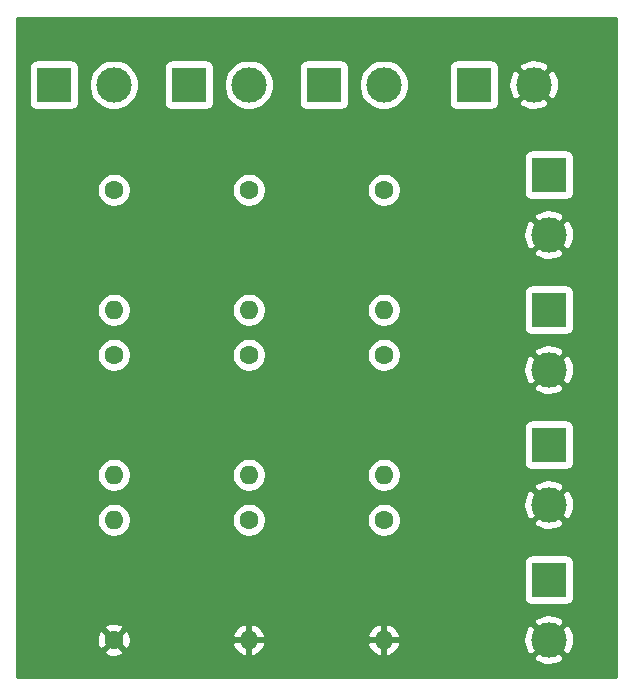
<source format=gbr>
%TF.GenerationSoftware,KiCad,Pcbnew,(5.1.10)-1*%
%TF.CreationDate,2021-11-11T09:34:37-08:00*%
%TF.ProjectId,encoder_5v_to_3v,656e636f-6465-4725-9f35-765f746f5f33,rev?*%
%TF.SameCoordinates,Original*%
%TF.FileFunction,Copper,L2,Bot*%
%TF.FilePolarity,Positive*%
%FSLAX46Y46*%
G04 Gerber Fmt 4.6, Leading zero omitted, Abs format (unit mm)*
G04 Created by KiCad (PCBNEW (5.1.10)-1) date 2021-11-11 09:34:37*
%MOMM*%
%LPD*%
G01*
G04 APERTURE LIST*
%TA.AperFunction,ComponentPad*%
%ADD10O,1.600000X1.600000*%
%TD*%
%TA.AperFunction,ComponentPad*%
%ADD11C,1.600000*%
%TD*%
%TA.AperFunction,ComponentPad*%
%ADD12R,3.000000X3.000000*%
%TD*%
%TA.AperFunction,ComponentPad*%
%ADD13C,3.000000*%
%TD*%
%TA.AperFunction,ViaPad*%
%ADD14C,0.800000*%
%TD*%
%TA.AperFunction,Conductor*%
%ADD15C,0.254000*%
%TD*%
%TA.AperFunction,Conductor*%
%ADD16C,0.100000*%
%TD*%
G04 APERTURE END LIST*
D10*
%TO.P,R1,2*%
%TO.N,Net-(J1-Pad1)*%
X97790000Y-99060000D03*
D11*
%TO.P,R1,1*%
%TO.N,Net-(J1-Pad2)*%
X97790000Y-88900000D03*
%TD*%
D10*
%TO.P,R9,2*%
%TO.N,GND*%
X120650000Y-127000000D03*
D11*
%TO.P,R9,1*%
%TO.N,Net-(R8-Pad2)*%
X120650000Y-116840000D03*
%TD*%
D10*
%TO.P,R8,2*%
%TO.N,Net-(R8-Pad2)*%
X120650000Y-113030000D03*
D11*
%TO.P,R8,1*%
%TO.N,Net-(J3-Pad1)*%
X120650000Y-102870000D03*
%TD*%
D10*
%TO.P,R7,2*%
%TO.N,Net-(J3-Pad1)*%
X120650000Y-99060000D03*
D11*
%TO.P,R7,1*%
%TO.N,Net-(J3-Pad2)*%
X120650000Y-88900000D03*
%TD*%
D10*
%TO.P,R6,2*%
%TO.N,GND*%
X109220000Y-127000000D03*
D11*
%TO.P,R6,1*%
%TO.N,Net-(R5-Pad2)*%
X109220000Y-116840000D03*
%TD*%
D10*
%TO.P,R5,2*%
%TO.N,Net-(R5-Pad2)*%
X109220000Y-113030000D03*
D11*
%TO.P,R5,1*%
%TO.N,Net-(J2-Pad1)*%
X109220000Y-102870000D03*
%TD*%
D10*
%TO.P,R4,2*%
%TO.N,Net-(J2-Pad1)*%
X109220000Y-99060000D03*
D11*
%TO.P,R4,1*%
%TO.N,Net-(J2-Pad2)*%
X109220000Y-88900000D03*
%TD*%
D10*
%TO.P,R3,2*%
%TO.N,Net-(R2-Pad2)*%
X97790000Y-116840000D03*
D11*
%TO.P,R3,1*%
%TO.N,GND*%
X97790000Y-127000000D03*
%TD*%
D10*
%TO.P,R2,2*%
%TO.N,Net-(R2-Pad2)*%
X97790000Y-113030000D03*
D11*
%TO.P,R2,1*%
%TO.N,Net-(J1-Pad1)*%
X97790000Y-102870000D03*
%TD*%
D12*
%TO.P,J1,1*%
%TO.N,Net-(J1-Pad1)*%
X92710000Y-80010000D03*
D13*
%TO.P,J1,2*%
%TO.N,Net-(J1-Pad2)*%
X97790000Y-80010000D03*
%TD*%
%TO.P,J2,2*%
%TO.N,Net-(J2-Pad2)*%
X109220000Y-80010000D03*
D12*
%TO.P,J2,1*%
%TO.N,Net-(J2-Pad1)*%
X104140000Y-80010000D03*
%TD*%
%TO.P,J3,1*%
%TO.N,Net-(J3-Pad1)*%
X115570000Y-80010000D03*
D13*
%TO.P,J3,2*%
%TO.N,Net-(J3-Pad2)*%
X120650000Y-80010000D03*
%TD*%
D12*
%TO.P,J4,1*%
%TO.N,Net-(J4-Pad1)*%
X128270000Y-80010000D03*
D13*
%TO.P,J4,2*%
%TO.N,GND*%
X133350000Y-80010000D03*
%TD*%
%TO.P,J5,2*%
%TO.N,GND*%
X134620000Y-127000000D03*
D12*
%TO.P,J5,1*%
%TO.N,Net-(J4-Pad1)*%
X134620000Y-121920000D03*
%TD*%
%TO.P,J6,1*%
%TO.N,Net-(J4-Pad1)*%
X134620000Y-110490000D03*
D13*
%TO.P,J6,2*%
%TO.N,GND*%
X134620000Y-115570000D03*
%TD*%
%TO.P,J7,2*%
%TO.N,GND*%
X134620000Y-104140000D03*
D12*
%TO.P,J7,1*%
%TO.N,Net-(J4-Pad1)*%
X134620000Y-99060000D03*
%TD*%
%TO.P,J8,1*%
%TO.N,Net-(J4-Pad1)*%
X134620000Y-87630000D03*
D13*
%TO.P,J8,2*%
%TO.N,GND*%
X134620000Y-92710000D03*
%TD*%
D14*
%TO.N,GND*%
X97790000Y-127000000D03*
X109220000Y-127000000D03*
X120650000Y-127000000D03*
X134620000Y-127000000D03*
X134620000Y-115570000D03*
X134620000Y-104140000D03*
X134620000Y-92710000D03*
%TD*%
D15*
%TO.N,GND*%
X140310001Y-130150000D02*
X89560000Y-130150000D01*
X89560000Y-128491653D01*
X133307952Y-128491653D01*
X133463962Y-128807214D01*
X133838745Y-128998020D01*
X134243551Y-129112044D01*
X134662824Y-129144902D01*
X135080451Y-129095334D01*
X135480383Y-128965243D01*
X135776038Y-128807214D01*
X135932048Y-128491653D01*
X134620000Y-127179605D01*
X133307952Y-128491653D01*
X89560000Y-128491653D01*
X89560000Y-127992702D01*
X96976903Y-127992702D01*
X97048486Y-128236671D01*
X97303996Y-128357571D01*
X97578184Y-128426300D01*
X97860512Y-128440217D01*
X98140130Y-128398787D01*
X98406292Y-128303603D01*
X98531514Y-128236671D01*
X98603097Y-127992702D01*
X97790000Y-127179605D01*
X96976903Y-127992702D01*
X89560000Y-127992702D01*
X89560000Y-127070512D01*
X96349783Y-127070512D01*
X96391213Y-127350130D01*
X96486397Y-127616292D01*
X96553329Y-127741514D01*
X96797298Y-127813097D01*
X97610395Y-127000000D01*
X97969605Y-127000000D01*
X98782702Y-127813097D01*
X99026671Y-127741514D01*
X99147571Y-127486004D01*
X99181902Y-127349040D01*
X107828091Y-127349040D01*
X107922930Y-127613881D01*
X108067615Y-127855131D01*
X108256586Y-128063519D01*
X108482580Y-128231037D01*
X108736913Y-128351246D01*
X108870961Y-128391904D01*
X109093000Y-128269915D01*
X109093000Y-127127000D01*
X109347000Y-127127000D01*
X109347000Y-128269915D01*
X109569039Y-128391904D01*
X109703087Y-128351246D01*
X109957420Y-128231037D01*
X110183414Y-128063519D01*
X110372385Y-127855131D01*
X110517070Y-127613881D01*
X110611909Y-127349040D01*
X119258091Y-127349040D01*
X119352930Y-127613881D01*
X119497615Y-127855131D01*
X119686586Y-128063519D01*
X119912580Y-128231037D01*
X120166913Y-128351246D01*
X120300961Y-128391904D01*
X120523000Y-128269915D01*
X120523000Y-127127000D01*
X120777000Y-127127000D01*
X120777000Y-128269915D01*
X120999039Y-128391904D01*
X121133087Y-128351246D01*
X121387420Y-128231037D01*
X121613414Y-128063519D01*
X121802385Y-127855131D01*
X121947070Y-127613881D01*
X122041909Y-127349040D01*
X121920624Y-127127000D01*
X120777000Y-127127000D01*
X120523000Y-127127000D01*
X119379376Y-127127000D01*
X119258091Y-127349040D01*
X110611909Y-127349040D01*
X110490624Y-127127000D01*
X109347000Y-127127000D01*
X109093000Y-127127000D01*
X107949376Y-127127000D01*
X107828091Y-127349040D01*
X99181902Y-127349040D01*
X99216300Y-127211816D01*
X99224630Y-127042824D01*
X132475098Y-127042824D01*
X132524666Y-127460451D01*
X132654757Y-127860383D01*
X132812786Y-128156038D01*
X133128347Y-128312048D01*
X134440395Y-127000000D01*
X134799605Y-127000000D01*
X136111653Y-128312048D01*
X136427214Y-128156038D01*
X136618020Y-127781255D01*
X136732044Y-127376449D01*
X136764902Y-126957176D01*
X136715334Y-126539549D01*
X136585243Y-126139617D01*
X136427214Y-125843962D01*
X136111653Y-125687952D01*
X134799605Y-127000000D01*
X134440395Y-127000000D01*
X133128347Y-125687952D01*
X132812786Y-125843962D01*
X132621980Y-126218745D01*
X132507956Y-126623551D01*
X132475098Y-127042824D01*
X99224630Y-127042824D01*
X99230217Y-126929488D01*
X99188949Y-126650960D01*
X107828091Y-126650960D01*
X107949376Y-126873000D01*
X109093000Y-126873000D01*
X109093000Y-125730085D01*
X109347000Y-125730085D01*
X109347000Y-126873000D01*
X110490624Y-126873000D01*
X110611909Y-126650960D01*
X119258091Y-126650960D01*
X119379376Y-126873000D01*
X120523000Y-126873000D01*
X120523000Y-125730085D01*
X120777000Y-125730085D01*
X120777000Y-126873000D01*
X121920624Y-126873000D01*
X122041909Y-126650960D01*
X121947070Y-126386119D01*
X121802385Y-126144869D01*
X121613414Y-125936481D01*
X121387420Y-125768963D01*
X121133087Y-125648754D01*
X120999039Y-125608096D01*
X120777000Y-125730085D01*
X120523000Y-125730085D01*
X120300961Y-125608096D01*
X120166913Y-125648754D01*
X119912580Y-125768963D01*
X119686586Y-125936481D01*
X119497615Y-126144869D01*
X119352930Y-126386119D01*
X119258091Y-126650960D01*
X110611909Y-126650960D01*
X110517070Y-126386119D01*
X110372385Y-126144869D01*
X110183414Y-125936481D01*
X109957420Y-125768963D01*
X109703087Y-125648754D01*
X109569039Y-125608096D01*
X109347000Y-125730085D01*
X109093000Y-125730085D01*
X108870961Y-125608096D01*
X108736913Y-125648754D01*
X108482580Y-125768963D01*
X108256586Y-125936481D01*
X108067615Y-126144869D01*
X107922930Y-126386119D01*
X107828091Y-126650960D01*
X99188949Y-126650960D01*
X99188787Y-126649870D01*
X99093603Y-126383708D01*
X99026671Y-126258486D01*
X98782702Y-126186903D01*
X97969605Y-127000000D01*
X97610395Y-127000000D01*
X96797298Y-126186903D01*
X96553329Y-126258486D01*
X96432429Y-126513996D01*
X96363700Y-126788184D01*
X96349783Y-127070512D01*
X89560000Y-127070512D01*
X89560000Y-126007298D01*
X96976903Y-126007298D01*
X97790000Y-126820395D01*
X98603097Y-126007298D01*
X98531514Y-125763329D01*
X98276004Y-125642429D01*
X98001816Y-125573700D01*
X97719488Y-125559783D01*
X97439870Y-125601213D01*
X97173708Y-125696397D01*
X97048486Y-125763329D01*
X96976903Y-126007298D01*
X89560000Y-126007298D01*
X89560000Y-125508347D01*
X133307952Y-125508347D01*
X134620000Y-126820395D01*
X135932048Y-125508347D01*
X135776038Y-125192786D01*
X135401255Y-125001980D01*
X134996449Y-124887956D01*
X134577176Y-124855098D01*
X134159549Y-124904666D01*
X133759617Y-125034757D01*
X133463962Y-125192786D01*
X133307952Y-125508347D01*
X89560000Y-125508347D01*
X89560000Y-120420000D01*
X132481928Y-120420000D01*
X132481928Y-123420000D01*
X132494188Y-123544482D01*
X132530498Y-123664180D01*
X132589463Y-123774494D01*
X132668815Y-123871185D01*
X132765506Y-123950537D01*
X132875820Y-124009502D01*
X132995518Y-124045812D01*
X133120000Y-124058072D01*
X136120000Y-124058072D01*
X136244482Y-124045812D01*
X136364180Y-124009502D01*
X136474494Y-123950537D01*
X136571185Y-123871185D01*
X136650537Y-123774494D01*
X136709502Y-123664180D01*
X136745812Y-123544482D01*
X136758072Y-123420000D01*
X136758072Y-120420000D01*
X136745812Y-120295518D01*
X136709502Y-120175820D01*
X136650537Y-120065506D01*
X136571185Y-119968815D01*
X136474494Y-119889463D01*
X136364180Y-119830498D01*
X136244482Y-119794188D01*
X136120000Y-119781928D01*
X133120000Y-119781928D01*
X132995518Y-119794188D01*
X132875820Y-119830498D01*
X132765506Y-119889463D01*
X132668815Y-119968815D01*
X132589463Y-120065506D01*
X132530498Y-120175820D01*
X132494188Y-120295518D01*
X132481928Y-120420000D01*
X89560000Y-120420000D01*
X89560000Y-116698665D01*
X96355000Y-116698665D01*
X96355000Y-116981335D01*
X96410147Y-117258574D01*
X96518320Y-117519727D01*
X96675363Y-117754759D01*
X96875241Y-117954637D01*
X97110273Y-118111680D01*
X97371426Y-118219853D01*
X97648665Y-118275000D01*
X97931335Y-118275000D01*
X98208574Y-118219853D01*
X98469727Y-118111680D01*
X98704759Y-117954637D01*
X98904637Y-117754759D01*
X99061680Y-117519727D01*
X99169853Y-117258574D01*
X99225000Y-116981335D01*
X99225000Y-116698665D01*
X107785000Y-116698665D01*
X107785000Y-116981335D01*
X107840147Y-117258574D01*
X107948320Y-117519727D01*
X108105363Y-117754759D01*
X108305241Y-117954637D01*
X108540273Y-118111680D01*
X108801426Y-118219853D01*
X109078665Y-118275000D01*
X109361335Y-118275000D01*
X109638574Y-118219853D01*
X109899727Y-118111680D01*
X110134759Y-117954637D01*
X110334637Y-117754759D01*
X110491680Y-117519727D01*
X110599853Y-117258574D01*
X110655000Y-116981335D01*
X110655000Y-116698665D01*
X119215000Y-116698665D01*
X119215000Y-116981335D01*
X119270147Y-117258574D01*
X119378320Y-117519727D01*
X119535363Y-117754759D01*
X119735241Y-117954637D01*
X119970273Y-118111680D01*
X120231426Y-118219853D01*
X120508665Y-118275000D01*
X120791335Y-118275000D01*
X121068574Y-118219853D01*
X121329727Y-118111680D01*
X121564759Y-117954637D01*
X121764637Y-117754759D01*
X121921680Y-117519727D01*
X122029853Y-117258574D01*
X122069023Y-117061653D01*
X133307952Y-117061653D01*
X133463962Y-117377214D01*
X133838745Y-117568020D01*
X134243551Y-117682044D01*
X134662824Y-117714902D01*
X135080451Y-117665334D01*
X135480383Y-117535243D01*
X135776038Y-117377214D01*
X135932048Y-117061653D01*
X134620000Y-115749605D01*
X133307952Y-117061653D01*
X122069023Y-117061653D01*
X122085000Y-116981335D01*
X122085000Y-116698665D01*
X122029853Y-116421426D01*
X121921680Y-116160273D01*
X121764637Y-115925241D01*
X121564759Y-115725363D01*
X121396333Y-115612824D01*
X132475098Y-115612824D01*
X132524666Y-116030451D01*
X132654757Y-116430383D01*
X132812786Y-116726038D01*
X133128347Y-116882048D01*
X134440395Y-115570000D01*
X134799605Y-115570000D01*
X136111653Y-116882048D01*
X136427214Y-116726038D01*
X136618020Y-116351255D01*
X136732044Y-115946449D01*
X136764902Y-115527176D01*
X136715334Y-115109549D01*
X136585243Y-114709617D01*
X136427214Y-114413962D01*
X136111653Y-114257952D01*
X134799605Y-115570000D01*
X134440395Y-115570000D01*
X133128347Y-114257952D01*
X132812786Y-114413962D01*
X132621980Y-114788745D01*
X132507956Y-115193551D01*
X132475098Y-115612824D01*
X121396333Y-115612824D01*
X121329727Y-115568320D01*
X121068574Y-115460147D01*
X120791335Y-115405000D01*
X120508665Y-115405000D01*
X120231426Y-115460147D01*
X119970273Y-115568320D01*
X119735241Y-115725363D01*
X119535363Y-115925241D01*
X119378320Y-116160273D01*
X119270147Y-116421426D01*
X119215000Y-116698665D01*
X110655000Y-116698665D01*
X110599853Y-116421426D01*
X110491680Y-116160273D01*
X110334637Y-115925241D01*
X110134759Y-115725363D01*
X109899727Y-115568320D01*
X109638574Y-115460147D01*
X109361335Y-115405000D01*
X109078665Y-115405000D01*
X108801426Y-115460147D01*
X108540273Y-115568320D01*
X108305241Y-115725363D01*
X108105363Y-115925241D01*
X107948320Y-116160273D01*
X107840147Y-116421426D01*
X107785000Y-116698665D01*
X99225000Y-116698665D01*
X99169853Y-116421426D01*
X99061680Y-116160273D01*
X98904637Y-115925241D01*
X98704759Y-115725363D01*
X98469727Y-115568320D01*
X98208574Y-115460147D01*
X97931335Y-115405000D01*
X97648665Y-115405000D01*
X97371426Y-115460147D01*
X97110273Y-115568320D01*
X96875241Y-115725363D01*
X96675363Y-115925241D01*
X96518320Y-116160273D01*
X96410147Y-116421426D01*
X96355000Y-116698665D01*
X89560000Y-116698665D01*
X89560000Y-112888665D01*
X96355000Y-112888665D01*
X96355000Y-113171335D01*
X96410147Y-113448574D01*
X96518320Y-113709727D01*
X96675363Y-113944759D01*
X96875241Y-114144637D01*
X97110273Y-114301680D01*
X97371426Y-114409853D01*
X97648665Y-114465000D01*
X97931335Y-114465000D01*
X98208574Y-114409853D01*
X98469727Y-114301680D01*
X98704759Y-114144637D01*
X98904637Y-113944759D01*
X99061680Y-113709727D01*
X99169853Y-113448574D01*
X99225000Y-113171335D01*
X99225000Y-112888665D01*
X107785000Y-112888665D01*
X107785000Y-113171335D01*
X107840147Y-113448574D01*
X107948320Y-113709727D01*
X108105363Y-113944759D01*
X108305241Y-114144637D01*
X108540273Y-114301680D01*
X108801426Y-114409853D01*
X109078665Y-114465000D01*
X109361335Y-114465000D01*
X109638574Y-114409853D01*
X109899727Y-114301680D01*
X110134759Y-114144637D01*
X110334637Y-113944759D01*
X110491680Y-113709727D01*
X110599853Y-113448574D01*
X110655000Y-113171335D01*
X110655000Y-112888665D01*
X119215000Y-112888665D01*
X119215000Y-113171335D01*
X119270147Y-113448574D01*
X119378320Y-113709727D01*
X119535363Y-113944759D01*
X119735241Y-114144637D01*
X119970273Y-114301680D01*
X120231426Y-114409853D01*
X120508665Y-114465000D01*
X120791335Y-114465000D01*
X121068574Y-114409853D01*
X121329727Y-114301680D01*
X121564759Y-114144637D01*
X121631049Y-114078347D01*
X133307952Y-114078347D01*
X134620000Y-115390395D01*
X135932048Y-114078347D01*
X135776038Y-113762786D01*
X135401255Y-113571980D01*
X134996449Y-113457956D01*
X134577176Y-113425098D01*
X134159549Y-113474666D01*
X133759617Y-113604757D01*
X133463962Y-113762786D01*
X133307952Y-114078347D01*
X121631049Y-114078347D01*
X121764637Y-113944759D01*
X121921680Y-113709727D01*
X122029853Y-113448574D01*
X122085000Y-113171335D01*
X122085000Y-112888665D01*
X122029853Y-112611426D01*
X121921680Y-112350273D01*
X121764637Y-112115241D01*
X121564759Y-111915363D01*
X121329727Y-111758320D01*
X121068574Y-111650147D01*
X120791335Y-111595000D01*
X120508665Y-111595000D01*
X120231426Y-111650147D01*
X119970273Y-111758320D01*
X119735241Y-111915363D01*
X119535363Y-112115241D01*
X119378320Y-112350273D01*
X119270147Y-112611426D01*
X119215000Y-112888665D01*
X110655000Y-112888665D01*
X110599853Y-112611426D01*
X110491680Y-112350273D01*
X110334637Y-112115241D01*
X110134759Y-111915363D01*
X109899727Y-111758320D01*
X109638574Y-111650147D01*
X109361335Y-111595000D01*
X109078665Y-111595000D01*
X108801426Y-111650147D01*
X108540273Y-111758320D01*
X108305241Y-111915363D01*
X108105363Y-112115241D01*
X107948320Y-112350273D01*
X107840147Y-112611426D01*
X107785000Y-112888665D01*
X99225000Y-112888665D01*
X99169853Y-112611426D01*
X99061680Y-112350273D01*
X98904637Y-112115241D01*
X98704759Y-111915363D01*
X98469727Y-111758320D01*
X98208574Y-111650147D01*
X97931335Y-111595000D01*
X97648665Y-111595000D01*
X97371426Y-111650147D01*
X97110273Y-111758320D01*
X96875241Y-111915363D01*
X96675363Y-112115241D01*
X96518320Y-112350273D01*
X96410147Y-112611426D01*
X96355000Y-112888665D01*
X89560000Y-112888665D01*
X89560000Y-108990000D01*
X132481928Y-108990000D01*
X132481928Y-111990000D01*
X132494188Y-112114482D01*
X132530498Y-112234180D01*
X132589463Y-112344494D01*
X132668815Y-112441185D01*
X132765506Y-112520537D01*
X132875820Y-112579502D01*
X132995518Y-112615812D01*
X133120000Y-112628072D01*
X136120000Y-112628072D01*
X136244482Y-112615812D01*
X136364180Y-112579502D01*
X136474494Y-112520537D01*
X136571185Y-112441185D01*
X136650537Y-112344494D01*
X136709502Y-112234180D01*
X136745812Y-112114482D01*
X136758072Y-111990000D01*
X136758072Y-108990000D01*
X136745812Y-108865518D01*
X136709502Y-108745820D01*
X136650537Y-108635506D01*
X136571185Y-108538815D01*
X136474494Y-108459463D01*
X136364180Y-108400498D01*
X136244482Y-108364188D01*
X136120000Y-108351928D01*
X133120000Y-108351928D01*
X132995518Y-108364188D01*
X132875820Y-108400498D01*
X132765506Y-108459463D01*
X132668815Y-108538815D01*
X132589463Y-108635506D01*
X132530498Y-108745820D01*
X132494188Y-108865518D01*
X132481928Y-108990000D01*
X89560000Y-108990000D01*
X89560000Y-105631653D01*
X133307952Y-105631653D01*
X133463962Y-105947214D01*
X133838745Y-106138020D01*
X134243551Y-106252044D01*
X134662824Y-106284902D01*
X135080451Y-106235334D01*
X135480383Y-106105243D01*
X135776038Y-105947214D01*
X135932048Y-105631653D01*
X134620000Y-104319605D01*
X133307952Y-105631653D01*
X89560000Y-105631653D01*
X89560000Y-102728665D01*
X96355000Y-102728665D01*
X96355000Y-103011335D01*
X96410147Y-103288574D01*
X96518320Y-103549727D01*
X96675363Y-103784759D01*
X96875241Y-103984637D01*
X97110273Y-104141680D01*
X97371426Y-104249853D01*
X97648665Y-104305000D01*
X97931335Y-104305000D01*
X98208574Y-104249853D01*
X98469727Y-104141680D01*
X98704759Y-103984637D01*
X98904637Y-103784759D01*
X99061680Y-103549727D01*
X99169853Y-103288574D01*
X99225000Y-103011335D01*
X99225000Y-102728665D01*
X107785000Y-102728665D01*
X107785000Y-103011335D01*
X107840147Y-103288574D01*
X107948320Y-103549727D01*
X108105363Y-103784759D01*
X108305241Y-103984637D01*
X108540273Y-104141680D01*
X108801426Y-104249853D01*
X109078665Y-104305000D01*
X109361335Y-104305000D01*
X109638574Y-104249853D01*
X109899727Y-104141680D01*
X110134759Y-103984637D01*
X110334637Y-103784759D01*
X110491680Y-103549727D01*
X110599853Y-103288574D01*
X110655000Y-103011335D01*
X110655000Y-102728665D01*
X119215000Y-102728665D01*
X119215000Y-103011335D01*
X119270147Y-103288574D01*
X119378320Y-103549727D01*
X119535363Y-103784759D01*
X119735241Y-103984637D01*
X119970273Y-104141680D01*
X120231426Y-104249853D01*
X120508665Y-104305000D01*
X120791335Y-104305000D01*
X121068574Y-104249853D01*
X121230396Y-104182824D01*
X132475098Y-104182824D01*
X132524666Y-104600451D01*
X132654757Y-105000383D01*
X132812786Y-105296038D01*
X133128347Y-105452048D01*
X134440395Y-104140000D01*
X134799605Y-104140000D01*
X136111653Y-105452048D01*
X136427214Y-105296038D01*
X136618020Y-104921255D01*
X136732044Y-104516449D01*
X136764902Y-104097176D01*
X136715334Y-103679549D01*
X136585243Y-103279617D01*
X136427214Y-102983962D01*
X136111653Y-102827952D01*
X134799605Y-104140000D01*
X134440395Y-104140000D01*
X133128347Y-102827952D01*
X132812786Y-102983962D01*
X132621980Y-103358745D01*
X132507956Y-103763551D01*
X132475098Y-104182824D01*
X121230396Y-104182824D01*
X121329727Y-104141680D01*
X121564759Y-103984637D01*
X121764637Y-103784759D01*
X121921680Y-103549727D01*
X122029853Y-103288574D01*
X122085000Y-103011335D01*
X122085000Y-102728665D01*
X122069024Y-102648347D01*
X133307952Y-102648347D01*
X134620000Y-103960395D01*
X135932048Y-102648347D01*
X135776038Y-102332786D01*
X135401255Y-102141980D01*
X134996449Y-102027956D01*
X134577176Y-101995098D01*
X134159549Y-102044666D01*
X133759617Y-102174757D01*
X133463962Y-102332786D01*
X133307952Y-102648347D01*
X122069024Y-102648347D01*
X122029853Y-102451426D01*
X121921680Y-102190273D01*
X121764637Y-101955241D01*
X121564759Y-101755363D01*
X121329727Y-101598320D01*
X121068574Y-101490147D01*
X120791335Y-101435000D01*
X120508665Y-101435000D01*
X120231426Y-101490147D01*
X119970273Y-101598320D01*
X119735241Y-101755363D01*
X119535363Y-101955241D01*
X119378320Y-102190273D01*
X119270147Y-102451426D01*
X119215000Y-102728665D01*
X110655000Y-102728665D01*
X110599853Y-102451426D01*
X110491680Y-102190273D01*
X110334637Y-101955241D01*
X110134759Y-101755363D01*
X109899727Y-101598320D01*
X109638574Y-101490147D01*
X109361335Y-101435000D01*
X109078665Y-101435000D01*
X108801426Y-101490147D01*
X108540273Y-101598320D01*
X108305241Y-101755363D01*
X108105363Y-101955241D01*
X107948320Y-102190273D01*
X107840147Y-102451426D01*
X107785000Y-102728665D01*
X99225000Y-102728665D01*
X99169853Y-102451426D01*
X99061680Y-102190273D01*
X98904637Y-101955241D01*
X98704759Y-101755363D01*
X98469727Y-101598320D01*
X98208574Y-101490147D01*
X97931335Y-101435000D01*
X97648665Y-101435000D01*
X97371426Y-101490147D01*
X97110273Y-101598320D01*
X96875241Y-101755363D01*
X96675363Y-101955241D01*
X96518320Y-102190273D01*
X96410147Y-102451426D01*
X96355000Y-102728665D01*
X89560000Y-102728665D01*
X89560000Y-98918665D01*
X96355000Y-98918665D01*
X96355000Y-99201335D01*
X96410147Y-99478574D01*
X96518320Y-99739727D01*
X96675363Y-99974759D01*
X96875241Y-100174637D01*
X97110273Y-100331680D01*
X97371426Y-100439853D01*
X97648665Y-100495000D01*
X97931335Y-100495000D01*
X98208574Y-100439853D01*
X98469727Y-100331680D01*
X98704759Y-100174637D01*
X98904637Y-99974759D01*
X99061680Y-99739727D01*
X99169853Y-99478574D01*
X99225000Y-99201335D01*
X99225000Y-98918665D01*
X107785000Y-98918665D01*
X107785000Y-99201335D01*
X107840147Y-99478574D01*
X107948320Y-99739727D01*
X108105363Y-99974759D01*
X108305241Y-100174637D01*
X108540273Y-100331680D01*
X108801426Y-100439853D01*
X109078665Y-100495000D01*
X109361335Y-100495000D01*
X109638574Y-100439853D01*
X109899727Y-100331680D01*
X110134759Y-100174637D01*
X110334637Y-99974759D01*
X110491680Y-99739727D01*
X110599853Y-99478574D01*
X110655000Y-99201335D01*
X110655000Y-98918665D01*
X119215000Y-98918665D01*
X119215000Y-99201335D01*
X119270147Y-99478574D01*
X119378320Y-99739727D01*
X119535363Y-99974759D01*
X119735241Y-100174637D01*
X119970273Y-100331680D01*
X120231426Y-100439853D01*
X120508665Y-100495000D01*
X120791335Y-100495000D01*
X121068574Y-100439853D01*
X121329727Y-100331680D01*
X121564759Y-100174637D01*
X121764637Y-99974759D01*
X121921680Y-99739727D01*
X122029853Y-99478574D01*
X122085000Y-99201335D01*
X122085000Y-98918665D01*
X122029853Y-98641426D01*
X121921680Y-98380273D01*
X121764637Y-98145241D01*
X121564759Y-97945363D01*
X121329727Y-97788320D01*
X121068574Y-97680147D01*
X120791335Y-97625000D01*
X120508665Y-97625000D01*
X120231426Y-97680147D01*
X119970273Y-97788320D01*
X119735241Y-97945363D01*
X119535363Y-98145241D01*
X119378320Y-98380273D01*
X119270147Y-98641426D01*
X119215000Y-98918665D01*
X110655000Y-98918665D01*
X110599853Y-98641426D01*
X110491680Y-98380273D01*
X110334637Y-98145241D01*
X110134759Y-97945363D01*
X109899727Y-97788320D01*
X109638574Y-97680147D01*
X109361335Y-97625000D01*
X109078665Y-97625000D01*
X108801426Y-97680147D01*
X108540273Y-97788320D01*
X108305241Y-97945363D01*
X108105363Y-98145241D01*
X107948320Y-98380273D01*
X107840147Y-98641426D01*
X107785000Y-98918665D01*
X99225000Y-98918665D01*
X99169853Y-98641426D01*
X99061680Y-98380273D01*
X98904637Y-98145241D01*
X98704759Y-97945363D01*
X98469727Y-97788320D01*
X98208574Y-97680147D01*
X97931335Y-97625000D01*
X97648665Y-97625000D01*
X97371426Y-97680147D01*
X97110273Y-97788320D01*
X96875241Y-97945363D01*
X96675363Y-98145241D01*
X96518320Y-98380273D01*
X96410147Y-98641426D01*
X96355000Y-98918665D01*
X89560000Y-98918665D01*
X89560000Y-97560000D01*
X132481928Y-97560000D01*
X132481928Y-100560000D01*
X132494188Y-100684482D01*
X132530498Y-100804180D01*
X132589463Y-100914494D01*
X132668815Y-101011185D01*
X132765506Y-101090537D01*
X132875820Y-101149502D01*
X132995518Y-101185812D01*
X133120000Y-101198072D01*
X136120000Y-101198072D01*
X136244482Y-101185812D01*
X136364180Y-101149502D01*
X136474494Y-101090537D01*
X136571185Y-101011185D01*
X136650537Y-100914494D01*
X136709502Y-100804180D01*
X136745812Y-100684482D01*
X136758072Y-100560000D01*
X136758072Y-97560000D01*
X136745812Y-97435518D01*
X136709502Y-97315820D01*
X136650537Y-97205506D01*
X136571185Y-97108815D01*
X136474494Y-97029463D01*
X136364180Y-96970498D01*
X136244482Y-96934188D01*
X136120000Y-96921928D01*
X133120000Y-96921928D01*
X132995518Y-96934188D01*
X132875820Y-96970498D01*
X132765506Y-97029463D01*
X132668815Y-97108815D01*
X132589463Y-97205506D01*
X132530498Y-97315820D01*
X132494188Y-97435518D01*
X132481928Y-97560000D01*
X89560000Y-97560000D01*
X89560000Y-94201653D01*
X133307952Y-94201653D01*
X133463962Y-94517214D01*
X133838745Y-94708020D01*
X134243551Y-94822044D01*
X134662824Y-94854902D01*
X135080451Y-94805334D01*
X135480383Y-94675243D01*
X135776038Y-94517214D01*
X135932048Y-94201653D01*
X134620000Y-92889605D01*
X133307952Y-94201653D01*
X89560000Y-94201653D01*
X89560000Y-92752824D01*
X132475098Y-92752824D01*
X132524666Y-93170451D01*
X132654757Y-93570383D01*
X132812786Y-93866038D01*
X133128347Y-94022048D01*
X134440395Y-92710000D01*
X134799605Y-92710000D01*
X136111653Y-94022048D01*
X136427214Y-93866038D01*
X136618020Y-93491255D01*
X136732044Y-93086449D01*
X136764902Y-92667176D01*
X136715334Y-92249549D01*
X136585243Y-91849617D01*
X136427214Y-91553962D01*
X136111653Y-91397952D01*
X134799605Y-92710000D01*
X134440395Y-92710000D01*
X133128347Y-91397952D01*
X132812786Y-91553962D01*
X132621980Y-91928745D01*
X132507956Y-92333551D01*
X132475098Y-92752824D01*
X89560000Y-92752824D01*
X89560000Y-91218347D01*
X133307952Y-91218347D01*
X134620000Y-92530395D01*
X135932048Y-91218347D01*
X135776038Y-90902786D01*
X135401255Y-90711980D01*
X134996449Y-90597956D01*
X134577176Y-90565098D01*
X134159549Y-90614666D01*
X133759617Y-90744757D01*
X133463962Y-90902786D01*
X133307952Y-91218347D01*
X89560000Y-91218347D01*
X89560000Y-88758665D01*
X96355000Y-88758665D01*
X96355000Y-89041335D01*
X96410147Y-89318574D01*
X96518320Y-89579727D01*
X96675363Y-89814759D01*
X96875241Y-90014637D01*
X97110273Y-90171680D01*
X97371426Y-90279853D01*
X97648665Y-90335000D01*
X97931335Y-90335000D01*
X98208574Y-90279853D01*
X98469727Y-90171680D01*
X98704759Y-90014637D01*
X98904637Y-89814759D01*
X99061680Y-89579727D01*
X99169853Y-89318574D01*
X99225000Y-89041335D01*
X99225000Y-88758665D01*
X107785000Y-88758665D01*
X107785000Y-89041335D01*
X107840147Y-89318574D01*
X107948320Y-89579727D01*
X108105363Y-89814759D01*
X108305241Y-90014637D01*
X108540273Y-90171680D01*
X108801426Y-90279853D01*
X109078665Y-90335000D01*
X109361335Y-90335000D01*
X109638574Y-90279853D01*
X109899727Y-90171680D01*
X110134759Y-90014637D01*
X110334637Y-89814759D01*
X110491680Y-89579727D01*
X110599853Y-89318574D01*
X110655000Y-89041335D01*
X110655000Y-88758665D01*
X119215000Y-88758665D01*
X119215000Y-89041335D01*
X119270147Y-89318574D01*
X119378320Y-89579727D01*
X119535363Y-89814759D01*
X119735241Y-90014637D01*
X119970273Y-90171680D01*
X120231426Y-90279853D01*
X120508665Y-90335000D01*
X120791335Y-90335000D01*
X121068574Y-90279853D01*
X121329727Y-90171680D01*
X121564759Y-90014637D01*
X121764637Y-89814759D01*
X121921680Y-89579727D01*
X122029853Y-89318574D01*
X122085000Y-89041335D01*
X122085000Y-88758665D01*
X122029853Y-88481426D01*
X121921680Y-88220273D01*
X121764637Y-87985241D01*
X121564759Y-87785363D01*
X121329727Y-87628320D01*
X121068574Y-87520147D01*
X120791335Y-87465000D01*
X120508665Y-87465000D01*
X120231426Y-87520147D01*
X119970273Y-87628320D01*
X119735241Y-87785363D01*
X119535363Y-87985241D01*
X119378320Y-88220273D01*
X119270147Y-88481426D01*
X119215000Y-88758665D01*
X110655000Y-88758665D01*
X110599853Y-88481426D01*
X110491680Y-88220273D01*
X110334637Y-87985241D01*
X110134759Y-87785363D01*
X109899727Y-87628320D01*
X109638574Y-87520147D01*
X109361335Y-87465000D01*
X109078665Y-87465000D01*
X108801426Y-87520147D01*
X108540273Y-87628320D01*
X108305241Y-87785363D01*
X108105363Y-87985241D01*
X107948320Y-88220273D01*
X107840147Y-88481426D01*
X107785000Y-88758665D01*
X99225000Y-88758665D01*
X99169853Y-88481426D01*
X99061680Y-88220273D01*
X98904637Y-87985241D01*
X98704759Y-87785363D01*
X98469727Y-87628320D01*
X98208574Y-87520147D01*
X97931335Y-87465000D01*
X97648665Y-87465000D01*
X97371426Y-87520147D01*
X97110273Y-87628320D01*
X96875241Y-87785363D01*
X96675363Y-87985241D01*
X96518320Y-88220273D01*
X96410147Y-88481426D01*
X96355000Y-88758665D01*
X89560000Y-88758665D01*
X89560000Y-86130000D01*
X132481928Y-86130000D01*
X132481928Y-89130000D01*
X132494188Y-89254482D01*
X132530498Y-89374180D01*
X132589463Y-89484494D01*
X132668815Y-89581185D01*
X132765506Y-89660537D01*
X132875820Y-89719502D01*
X132995518Y-89755812D01*
X133120000Y-89768072D01*
X136120000Y-89768072D01*
X136244482Y-89755812D01*
X136364180Y-89719502D01*
X136474494Y-89660537D01*
X136571185Y-89581185D01*
X136650537Y-89484494D01*
X136709502Y-89374180D01*
X136745812Y-89254482D01*
X136758072Y-89130000D01*
X136758072Y-86130000D01*
X136745812Y-86005518D01*
X136709502Y-85885820D01*
X136650537Y-85775506D01*
X136571185Y-85678815D01*
X136474494Y-85599463D01*
X136364180Y-85540498D01*
X136244482Y-85504188D01*
X136120000Y-85491928D01*
X133120000Y-85491928D01*
X132995518Y-85504188D01*
X132875820Y-85540498D01*
X132765506Y-85599463D01*
X132668815Y-85678815D01*
X132589463Y-85775506D01*
X132530498Y-85885820D01*
X132494188Y-86005518D01*
X132481928Y-86130000D01*
X89560000Y-86130000D01*
X89560000Y-78510000D01*
X90571928Y-78510000D01*
X90571928Y-81510000D01*
X90584188Y-81634482D01*
X90620498Y-81754180D01*
X90679463Y-81864494D01*
X90758815Y-81961185D01*
X90855506Y-82040537D01*
X90965820Y-82099502D01*
X91085518Y-82135812D01*
X91210000Y-82148072D01*
X94210000Y-82148072D01*
X94334482Y-82135812D01*
X94454180Y-82099502D01*
X94564494Y-82040537D01*
X94661185Y-81961185D01*
X94740537Y-81864494D01*
X94799502Y-81754180D01*
X94835812Y-81634482D01*
X94848072Y-81510000D01*
X94848072Y-79799721D01*
X95655000Y-79799721D01*
X95655000Y-80220279D01*
X95737047Y-80632756D01*
X95897988Y-81021302D01*
X96131637Y-81370983D01*
X96429017Y-81668363D01*
X96778698Y-81902012D01*
X97167244Y-82062953D01*
X97579721Y-82145000D01*
X98000279Y-82145000D01*
X98412756Y-82062953D01*
X98801302Y-81902012D01*
X99150983Y-81668363D01*
X99448363Y-81370983D01*
X99682012Y-81021302D01*
X99842953Y-80632756D01*
X99925000Y-80220279D01*
X99925000Y-79799721D01*
X99842953Y-79387244D01*
X99682012Y-78998698D01*
X99448363Y-78649017D01*
X99309346Y-78510000D01*
X102001928Y-78510000D01*
X102001928Y-81510000D01*
X102014188Y-81634482D01*
X102050498Y-81754180D01*
X102109463Y-81864494D01*
X102188815Y-81961185D01*
X102285506Y-82040537D01*
X102395820Y-82099502D01*
X102515518Y-82135812D01*
X102640000Y-82148072D01*
X105640000Y-82148072D01*
X105764482Y-82135812D01*
X105884180Y-82099502D01*
X105994494Y-82040537D01*
X106091185Y-81961185D01*
X106170537Y-81864494D01*
X106229502Y-81754180D01*
X106265812Y-81634482D01*
X106278072Y-81510000D01*
X106278072Y-79799721D01*
X107085000Y-79799721D01*
X107085000Y-80220279D01*
X107167047Y-80632756D01*
X107327988Y-81021302D01*
X107561637Y-81370983D01*
X107859017Y-81668363D01*
X108208698Y-81902012D01*
X108597244Y-82062953D01*
X109009721Y-82145000D01*
X109430279Y-82145000D01*
X109842756Y-82062953D01*
X110231302Y-81902012D01*
X110580983Y-81668363D01*
X110878363Y-81370983D01*
X111112012Y-81021302D01*
X111272953Y-80632756D01*
X111355000Y-80220279D01*
X111355000Y-79799721D01*
X111272953Y-79387244D01*
X111112012Y-78998698D01*
X110878363Y-78649017D01*
X110739346Y-78510000D01*
X113431928Y-78510000D01*
X113431928Y-81510000D01*
X113444188Y-81634482D01*
X113480498Y-81754180D01*
X113539463Y-81864494D01*
X113618815Y-81961185D01*
X113715506Y-82040537D01*
X113825820Y-82099502D01*
X113945518Y-82135812D01*
X114070000Y-82148072D01*
X117070000Y-82148072D01*
X117194482Y-82135812D01*
X117314180Y-82099502D01*
X117424494Y-82040537D01*
X117521185Y-81961185D01*
X117600537Y-81864494D01*
X117659502Y-81754180D01*
X117695812Y-81634482D01*
X117708072Y-81510000D01*
X117708072Y-79799721D01*
X118515000Y-79799721D01*
X118515000Y-80220279D01*
X118597047Y-80632756D01*
X118757988Y-81021302D01*
X118991637Y-81370983D01*
X119289017Y-81668363D01*
X119638698Y-81902012D01*
X120027244Y-82062953D01*
X120439721Y-82145000D01*
X120860279Y-82145000D01*
X121272756Y-82062953D01*
X121661302Y-81902012D01*
X122010983Y-81668363D01*
X122308363Y-81370983D01*
X122542012Y-81021302D01*
X122702953Y-80632756D01*
X122785000Y-80220279D01*
X122785000Y-79799721D01*
X122702953Y-79387244D01*
X122542012Y-78998698D01*
X122308363Y-78649017D01*
X122169346Y-78510000D01*
X126131928Y-78510000D01*
X126131928Y-81510000D01*
X126144188Y-81634482D01*
X126180498Y-81754180D01*
X126239463Y-81864494D01*
X126318815Y-81961185D01*
X126415506Y-82040537D01*
X126525820Y-82099502D01*
X126645518Y-82135812D01*
X126770000Y-82148072D01*
X129770000Y-82148072D01*
X129894482Y-82135812D01*
X130014180Y-82099502D01*
X130124494Y-82040537D01*
X130221185Y-81961185D01*
X130300537Y-81864494D01*
X130359502Y-81754180D01*
X130395812Y-81634482D01*
X130408072Y-81510000D01*
X130408072Y-81501653D01*
X132037952Y-81501653D01*
X132193962Y-81817214D01*
X132568745Y-82008020D01*
X132973551Y-82122044D01*
X133392824Y-82154902D01*
X133810451Y-82105334D01*
X134210383Y-81975243D01*
X134506038Y-81817214D01*
X134662048Y-81501653D01*
X133350000Y-80189605D01*
X132037952Y-81501653D01*
X130408072Y-81501653D01*
X130408072Y-80052824D01*
X131205098Y-80052824D01*
X131254666Y-80470451D01*
X131384757Y-80870383D01*
X131542786Y-81166038D01*
X131858347Y-81322048D01*
X133170395Y-80010000D01*
X133529605Y-80010000D01*
X134841653Y-81322048D01*
X135157214Y-81166038D01*
X135348020Y-80791255D01*
X135462044Y-80386449D01*
X135494902Y-79967176D01*
X135445334Y-79549549D01*
X135315243Y-79149617D01*
X135157214Y-78853962D01*
X134841653Y-78697952D01*
X133529605Y-80010000D01*
X133170395Y-80010000D01*
X131858347Y-78697952D01*
X131542786Y-78853962D01*
X131351980Y-79228745D01*
X131237956Y-79633551D01*
X131205098Y-80052824D01*
X130408072Y-80052824D01*
X130408072Y-78518347D01*
X132037952Y-78518347D01*
X133350000Y-79830395D01*
X134662048Y-78518347D01*
X134506038Y-78202786D01*
X134131255Y-78011980D01*
X133726449Y-77897956D01*
X133307176Y-77865098D01*
X132889549Y-77914666D01*
X132489617Y-78044757D01*
X132193962Y-78202786D01*
X132037952Y-78518347D01*
X130408072Y-78518347D01*
X130408072Y-78510000D01*
X130395812Y-78385518D01*
X130359502Y-78265820D01*
X130300537Y-78155506D01*
X130221185Y-78058815D01*
X130124494Y-77979463D01*
X130014180Y-77920498D01*
X129894482Y-77884188D01*
X129770000Y-77871928D01*
X126770000Y-77871928D01*
X126645518Y-77884188D01*
X126525820Y-77920498D01*
X126415506Y-77979463D01*
X126318815Y-78058815D01*
X126239463Y-78155506D01*
X126180498Y-78265820D01*
X126144188Y-78385518D01*
X126131928Y-78510000D01*
X122169346Y-78510000D01*
X122010983Y-78351637D01*
X121661302Y-78117988D01*
X121272756Y-77957047D01*
X120860279Y-77875000D01*
X120439721Y-77875000D01*
X120027244Y-77957047D01*
X119638698Y-78117988D01*
X119289017Y-78351637D01*
X118991637Y-78649017D01*
X118757988Y-78998698D01*
X118597047Y-79387244D01*
X118515000Y-79799721D01*
X117708072Y-79799721D01*
X117708072Y-78510000D01*
X117695812Y-78385518D01*
X117659502Y-78265820D01*
X117600537Y-78155506D01*
X117521185Y-78058815D01*
X117424494Y-77979463D01*
X117314180Y-77920498D01*
X117194482Y-77884188D01*
X117070000Y-77871928D01*
X114070000Y-77871928D01*
X113945518Y-77884188D01*
X113825820Y-77920498D01*
X113715506Y-77979463D01*
X113618815Y-78058815D01*
X113539463Y-78155506D01*
X113480498Y-78265820D01*
X113444188Y-78385518D01*
X113431928Y-78510000D01*
X110739346Y-78510000D01*
X110580983Y-78351637D01*
X110231302Y-78117988D01*
X109842756Y-77957047D01*
X109430279Y-77875000D01*
X109009721Y-77875000D01*
X108597244Y-77957047D01*
X108208698Y-78117988D01*
X107859017Y-78351637D01*
X107561637Y-78649017D01*
X107327988Y-78998698D01*
X107167047Y-79387244D01*
X107085000Y-79799721D01*
X106278072Y-79799721D01*
X106278072Y-78510000D01*
X106265812Y-78385518D01*
X106229502Y-78265820D01*
X106170537Y-78155506D01*
X106091185Y-78058815D01*
X105994494Y-77979463D01*
X105884180Y-77920498D01*
X105764482Y-77884188D01*
X105640000Y-77871928D01*
X102640000Y-77871928D01*
X102515518Y-77884188D01*
X102395820Y-77920498D01*
X102285506Y-77979463D01*
X102188815Y-78058815D01*
X102109463Y-78155506D01*
X102050498Y-78265820D01*
X102014188Y-78385518D01*
X102001928Y-78510000D01*
X99309346Y-78510000D01*
X99150983Y-78351637D01*
X98801302Y-78117988D01*
X98412756Y-77957047D01*
X98000279Y-77875000D01*
X97579721Y-77875000D01*
X97167244Y-77957047D01*
X96778698Y-78117988D01*
X96429017Y-78351637D01*
X96131637Y-78649017D01*
X95897988Y-78998698D01*
X95737047Y-79387244D01*
X95655000Y-79799721D01*
X94848072Y-79799721D01*
X94848072Y-78510000D01*
X94835812Y-78385518D01*
X94799502Y-78265820D01*
X94740537Y-78155506D01*
X94661185Y-78058815D01*
X94564494Y-77979463D01*
X94454180Y-77920498D01*
X94334482Y-77884188D01*
X94210000Y-77871928D01*
X91210000Y-77871928D01*
X91085518Y-77884188D01*
X90965820Y-77920498D01*
X90855506Y-77979463D01*
X90758815Y-78058815D01*
X90679463Y-78155506D01*
X90620498Y-78265820D01*
X90584188Y-78385518D01*
X90571928Y-78510000D01*
X89560000Y-78510000D01*
X89560000Y-74320000D01*
X140310000Y-74320000D01*
X140310001Y-130150000D01*
%TA.AperFunction,Conductor*%
D16*
G36*
X140310001Y-130150000D02*
G01*
X89560000Y-130150000D01*
X89560000Y-128491653D01*
X133307952Y-128491653D01*
X133463962Y-128807214D01*
X133838745Y-128998020D01*
X134243551Y-129112044D01*
X134662824Y-129144902D01*
X135080451Y-129095334D01*
X135480383Y-128965243D01*
X135776038Y-128807214D01*
X135932048Y-128491653D01*
X134620000Y-127179605D01*
X133307952Y-128491653D01*
X89560000Y-128491653D01*
X89560000Y-127992702D01*
X96976903Y-127992702D01*
X97048486Y-128236671D01*
X97303996Y-128357571D01*
X97578184Y-128426300D01*
X97860512Y-128440217D01*
X98140130Y-128398787D01*
X98406292Y-128303603D01*
X98531514Y-128236671D01*
X98603097Y-127992702D01*
X97790000Y-127179605D01*
X96976903Y-127992702D01*
X89560000Y-127992702D01*
X89560000Y-127070512D01*
X96349783Y-127070512D01*
X96391213Y-127350130D01*
X96486397Y-127616292D01*
X96553329Y-127741514D01*
X96797298Y-127813097D01*
X97610395Y-127000000D01*
X97969605Y-127000000D01*
X98782702Y-127813097D01*
X99026671Y-127741514D01*
X99147571Y-127486004D01*
X99181902Y-127349040D01*
X107828091Y-127349040D01*
X107922930Y-127613881D01*
X108067615Y-127855131D01*
X108256586Y-128063519D01*
X108482580Y-128231037D01*
X108736913Y-128351246D01*
X108870961Y-128391904D01*
X109093000Y-128269915D01*
X109093000Y-127127000D01*
X109347000Y-127127000D01*
X109347000Y-128269915D01*
X109569039Y-128391904D01*
X109703087Y-128351246D01*
X109957420Y-128231037D01*
X110183414Y-128063519D01*
X110372385Y-127855131D01*
X110517070Y-127613881D01*
X110611909Y-127349040D01*
X119258091Y-127349040D01*
X119352930Y-127613881D01*
X119497615Y-127855131D01*
X119686586Y-128063519D01*
X119912580Y-128231037D01*
X120166913Y-128351246D01*
X120300961Y-128391904D01*
X120523000Y-128269915D01*
X120523000Y-127127000D01*
X120777000Y-127127000D01*
X120777000Y-128269915D01*
X120999039Y-128391904D01*
X121133087Y-128351246D01*
X121387420Y-128231037D01*
X121613414Y-128063519D01*
X121802385Y-127855131D01*
X121947070Y-127613881D01*
X122041909Y-127349040D01*
X121920624Y-127127000D01*
X120777000Y-127127000D01*
X120523000Y-127127000D01*
X119379376Y-127127000D01*
X119258091Y-127349040D01*
X110611909Y-127349040D01*
X110490624Y-127127000D01*
X109347000Y-127127000D01*
X109093000Y-127127000D01*
X107949376Y-127127000D01*
X107828091Y-127349040D01*
X99181902Y-127349040D01*
X99216300Y-127211816D01*
X99224630Y-127042824D01*
X132475098Y-127042824D01*
X132524666Y-127460451D01*
X132654757Y-127860383D01*
X132812786Y-128156038D01*
X133128347Y-128312048D01*
X134440395Y-127000000D01*
X134799605Y-127000000D01*
X136111653Y-128312048D01*
X136427214Y-128156038D01*
X136618020Y-127781255D01*
X136732044Y-127376449D01*
X136764902Y-126957176D01*
X136715334Y-126539549D01*
X136585243Y-126139617D01*
X136427214Y-125843962D01*
X136111653Y-125687952D01*
X134799605Y-127000000D01*
X134440395Y-127000000D01*
X133128347Y-125687952D01*
X132812786Y-125843962D01*
X132621980Y-126218745D01*
X132507956Y-126623551D01*
X132475098Y-127042824D01*
X99224630Y-127042824D01*
X99230217Y-126929488D01*
X99188949Y-126650960D01*
X107828091Y-126650960D01*
X107949376Y-126873000D01*
X109093000Y-126873000D01*
X109093000Y-125730085D01*
X109347000Y-125730085D01*
X109347000Y-126873000D01*
X110490624Y-126873000D01*
X110611909Y-126650960D01*
X119258091Y-126650960D01*
X119379376Y-126873000D01*
X120523000Y-126873000D01*
X120523000Y-125730085D01*
X120777000Y-125730085D01*
X120777000Y-126873000D01*
X121920624Y-126873000D01*
X122041909Y-126650960D01*
X121947070Y-126386119D01*
X121802385Y-126144869D01*
X121613414Y-125936481D01*
X121387420Y-125768963D01*
X121133087Y-125648754D01*
X120999039Y-125608096D01*
X120777000Y-125730085D01*
X120523000Y-125730085D01*
X120300961Y-125608096D01*
X120166913Y-125648754D01*
X119912580Y-125768963D01*
X119686586Y-125936481D01*
X119497615Y-126144869D01*
X119352930Y-126386119D01*
X119258091Y-126650960D01*
X110611909Y-126650960D01*
X110517070Y-126386119D01*
X110372385Y-126144869D01*
X110183414Y-125936481D01*
X109957420Y-125768963D01*
X109703087Y-125648754D01*
X109569039Y-125608096D01*
X109347000Y-125730085D01*
X109093000Y-125730085D01*
X108870961Y-125608096D01*
X108736913Y-125648754D01*
X108482580Y-125768963D01*
X108256586Y-125936481D01*
X108067615Y-126144869D01*
X107922930Y-126386119D01*
X107828091Y-126650960D01*
X99188949Y-126650960D01*
X99188787Y-126649870D01*
X99093603Y-126383708D01*
X99026671Y-126258486D01*
X98782702Y-126186903D01*
X97969605Y-127000000D01*
X97610395Y-127000000D01*
X96797298Y-126186903D01*
X96553329Y-126258486D01*
X96432429Y-126513996D01*
X96363700Y-126788184D01*
X96349783Y-127070512D01*
X89560000Y-127070512D01*
X89560000Y-126007298D01*
X96976903Y-126007298D01*
X97790000Y-126820395D01*
X98603097Y-126007298D01*
X98531514Y-125763329D01*
X98276004Y-125642429D01*
X98001816Y-125573700D01*
X97719488Y-125559783D01*
X97439870Y-125601213D01*
X97173708Y-125696397D01*
X97048486Y-125763329D01*
X96976903Y-126007298D01*
X89560000Y-126007298D01*
X89560000Y-125508347D01*
X133307952Y-125508347D01*
X134620000Y-126820395D01*
X135932048Y-125508347D01*
X135776038Y-125192786D01*
X135401255Y-125001980D01*
X134996449Y-124887956D01*
X134577176Y-124855098D01*
X134159549Y-124904666D01*
X133759617Y-125034757D01*
X133463962Y-125192786D01*
X133307952Y-125508347D01*
X89560000Y-125508347D01*
X89560000Y-120420000D01*
X132481928Y-120420000D01*
X132481928Y-123420000D01*
X132494188Y-123544482D01*
X132530498Y-123664180D01*
X132589463Y-123774494D01*
X132668815Y-123871185D01*
X132765506Y-123950537D01*
X132875820Y-124009502D01*
X132995518Y-124045812D01*
X133120000Y-124058072D01*
X136120000Y-124058072D01*
X136244482Y-124045812D01*
X136364180Y-124009502D01*
X136474494Y-123950537D01*
X136571185Y-123871185D01*
X136650537Y-123774494D01*
X136709502Y-123664180D01*
X136745812Y-123544482D01*
X136758072Y-123420000D01*
X136758072Y-120420000D01*
X136745812Y-120295518D01*
X136709502Y-120175820D01*
X136650537Y-120065506D01*
X136571185Y-119968815D01*
X136474494Y-119889463D01*
X136364180Y-119830498D01*
X136244482Y-119794188D01*
X136120000Y-119781928D01*
X133120000Y-119781928D01*
X132995518Y-119794188D01*
X132875820Y-119830498D01*
X132765506Y-119889463D01*
X132668815Y-119968815D01*
X132589463Y-120065506D01*
X132530498Y-120175820D01*
X132494188Y-120295518D01*
X132481928Y-120420000D01*
X89560000Y-120420000D01*
X89560000Y-116698665D01*
X96355000Y-116698665D01*
X96355000Y-116981335D01*
X96410147Y-117258574D01*
X96518320Y-117519727D01*
X96675363Y-117754759D01*
X96875241Y-117954637D01*
X97110273Y-118111680D01*
X97371426Y-118219853D01*
X97648665Y-118275000D01*
X97931335Y-118275000D01*
X98208574Y-118219853D01*
X98469727Y-118111680D01*
X98704759Y-117954637D01*
X98904637Y-117754759D01*
X99061680Y-117519727D01*
X99169853Y-117258574D01*
X99225000Y-116981335D01*
X99225000Y-116698665D01*
X107785000Y-116698665D01*
X107785000Y-116981335D01*
X107840147Y-117258574D01*
X107948320Y-117519727D01*
X108105363Y-117754759D01*
X108305241Y-117954637D01*
X108540273Y-118111680D01*
X108801426Y-118219853D01*
X109078665Y-118275000D01*
X109361335Y-118275000D01*
X109638574Y-118219853D01*
X109899727Y-118111680D01*
X110134759Y-117954637D01*
X110334637Y-117754759D01*
X110491680Y-117519727D01*
X110599853Y-117258574D01*
X110655000Y-116981335D01*
X110655000Y-116698665D01*
X119215000Y-116698665D01*
X119215000Y-116981335D01*
X119270147Y-117258574D01*
X119378320Y-117519727D01*
X119535363Y-117754759D01*
X119735241Y-117954637D01*
X119970273Y-118111680D01*
X120231426Y-118219853D01*
X120508665Y-118275000D01*
X120791335Y-118275000D01*
X121068574Y-118219853D01*
X121329727Y-118111680D01*
X121564759Y-117954637D01*
X121764637Y-117754759D01*
X121921680Y-117519727D01*
X122029853Y-117258574D01*
X122069023Y-117061653D01*
X133307952Y-117061653D01*
X133463962Y-117377214D01*
X133838745Y-117568020D01*
X134243551Y-117682044D01*
X134662824Y-117714902D01*
X135080451Y-117665334D01*
X135480383Y-117535243D01*
X135776038Y-117377214D01*
X135932048Y-117061653D01*
X134620000Y-115749605D01*
X133307952Y-117061653D01*
X122069023Y-117061653D01*
X122085000Y-116981335D01*
X122085000Y-116698665D01*
X122029853Y-116421426D01*
X121921680Y-116160273D01*
X121764637Y-115925241D01*
X121564759Y-115725363D01*
X121396333Y-115612824D01*
X132475098Y-115612824D01*
X132524666Y-116030451D01*
X132654757Y-116430383D01*
X132812786Y-116726038D01*
X133128347Y-116882048D01*
X134440395Y-115570000D01*
X134799605Y-115570000D01*
X136111653Y-116882048D01*
X136427214Y-116726038D01*
X136618020Y-116351255D01*
X136732044Y-115946449D01*
X136764902Y-115527176D01*
X136715334Y-115109549D01*
X136585243Y-114709617D01*
X136427214Y-114413962D01*
X136111653Y-114257952D01*
X134799605Y-115570000D01*
X134440395Y-115570000D01*
X133128347Y-114257952D01*
X132812786Y-114413962D01*
X132621980Y-114788745D01*
X132507956Y-115193551D01*
X132475098Y-115612824D01*
X121396333Y-115612824D01*
X121329727Y-115568320D01*
X121068574Y-115460147D01*
X120791335Y-115405000D01*
X120508665Y-115405000D01*
X120231426Y-115460147D01*
X119970273Y-115568320D01*
X119735241Y-115725363D01*
X119535363Y-115925241D01*
X119378320Y-116160273D01*
X119270147Y-116421426D01*
X119215000Y-116698665D01*
X110655000Y-116698665D01*
X110599853Y-116421426D01*
X110491680Y-116160273D01*
X110334637Y-115925241D01*
X110134759Y-115725363D01*
X109899727Y-115568320D01*
X109638574Y-115460147D01*
X109361335Y-115405000D01*
X109078665Y-115405000D01*
X108801426Y-115460147D01*
X108540273Y-115568320D01*
X108305241Y-115725363D01*
X108105363Y-115925241D01*
X107948320Y-116160273D01*
X107840147Y-116421426D01*
X107785000Y-116698665D01*
X99225000Y-116698665D01*
X99169853Y-116421426D01*
X99061680Y-116160273D01*
X98904637Y-115925241D01*
X98704759Y-115725363D01*
X98469727Y-115568320D01*
X98208574Y-115460147D01*
X97931335Y-115405000D01*
X97648665Y-115405000D01*
X97371426Y-115460147D01*
X97110273Y-115568320D01*
X96875241Y-115725363D01*
X96675363Y-115925241D01*
X96518320Y-116160273D01*
X96410147Y-116421426D01*
X96355000Y-116698665D01*
X89560000Y-116698665D01*
X89560000Y-112888665D01*
X96355000Y-112888665D01*
X96355000Y-113171335D01*
X96410147Y-113448574D01*
X96518320Y-113709727D01*
X96675363Y-113944759D01*
X96875241Y-114144637D01*
X97110273Y-114301680D01*
X97371426Y-114409853D01*
X97648665Y-114465000D01*
X97931335Y-114465000D01*
X98208574Y-114409853D01*
X98469727Y-114301680D01*
X98704759Y-114144637D01*
X98904637Y-113944759D01*
X99061680Y-113709727D01*
X99169853Y-113448574D01*
X99225000Y-113171335D01*
X99225000Y-112888665D01*
X107785000Y-112888665D01*
X107785000Y-113171335D01*
X107840147Y-113448574D01*
X107948320Y-113709727D01*
X108105363Y-113944759D01*
X108305241Y-114144637D01*
X108540273Y-114301680D01*
X108801426Y-114409853D01*
X109078665Y-114465000D01*
X109361335Y-114465000D01*
X109638574Y-114409853D01*
X109899727Y-114301680D01*
X110134759Y-114144637D01*
X110334637Y-113944759D01*
X110491680Y-113709727D01*
X110599853Y-113448574D01*
X110655000Y-113171335D01*
X110655000Y-112888665D01*
X119215000Y-112888665D01*
X119215000Y-113171335D01*
X119270147Y-113448574D01*
X119378320Y-113709727D01*
X119535363Y-113944759D01*
X119735241Y-114144637D01*
X119970273Y-114301680D01*
X120231426Y-114409853D01*
X120508665Y-114465000D01*
X120791335Y-114465000D01*
X121068574Y-114409853D01*
X121329727Y-114301680D01*
X121564759Y-114144637D01*
X121631049Y-114078347D01*
X133307952Y-114078347D01*
X134620000Y-115390395D01*
X135932048Y-114078347D01*
X135776038Y-113762786D01*
X135401255Y-113571980D01*
X134996449Y-113457956D01*
X134577176Y-113425098D01*
X134159549Y-113474666D01*
X133759617Y-113604757D01*
X133463962Y-113762786D01*
X133307952Y-114078347D01*
X121631049Y-114078347D01*
X121764637Y-113944759D01*
X121921680Y-113709727D01*
X122029853Y-113448574D01*
X122085000Y-113171335D01*
X122085000Y-112888665D01*
X122029853Y-112611426D01*
X121921680Y-112350273D01*
X121764637Y-112115241D01*
X121564759Y-111915363D01*
X121329727Y-111758320D01*
X121068574Y-111650147D01*
X120791335Y-111595000D01*
X120508665Y-111595000D01*
X120231426Y-111650147D01*
X119970273Y-111758320D01*
X119735241Y-111915363D01*
X119535363Y-112115241D01*
X119378320Y-112350273D01*
X119270147Y-112611426D01*
X119215000Y-112888665D01*
X110655000Y-112888665D01*
X110599853Y-112611426D01*
X110491680Y-112350273D01*
X110334637Y-112115241D01*
X110134759Y-111915363D01*
X109899727Y-111758320D01*
X109638574Y-111650147D01*
X109361335Y-111595000D01*
X109078665Y-111595000D01*
X108801426Y-111650147D01*
X108540273Y-111758320D01*
X108305241Y-111915363D01*
X108105363Y-112115241D01*
X107948320Y-112350273D01*
X107840147Y-112611426D01*
X107785000Y-112888665D01*
X99225000Y-112888665D01*
X99169853Y-112611426D01*
X99061680Y-112350273D01*
X98904637Y-112115241D01*
X98704759Y-111915363D01*
X98469727Y-111758320D01*
X98208574Y-111650147D01*
X97931335Y-111595000D01*
X97648665Y-111595000D01*
X97371426Y-111650147D01*
X97110273Y-111758320D01*
X96875241Y-111915363D01*
X96675363Y-112115241D01*
X96518320Y-112350273D01*
X96410147Y-112611426D01*
X96355000Y-112888665D01*
X89560000Y-112888665D01*
X89560000Y-108990000D01*
X132481928Y-108990000D01*
X132481928Y-111990000D01*
X132494188Y-112114482D01*
X132530498Y-112234180D01*
X132589463Y-112344494D01*
X132668815Y-112441185D01*
X132765506Y-112520537D01*
X132875820Y-112579502D01*
X132995518Y-112615812D01*
X133120000Y-112628072D01*
X136120000Y-112628072D01*
X136244482Y-112615812D01*
X136364180Y-112579502D01*
X136474494Y-112520537D01*
X136571185Y-112441185D01*
X136650537Y-112344494D01*
X136709502Y-112234180D01*
X136745812Y-112114482D01*
X136758072Y-111990000D01*
X136758072Y-108990000D01*
X136745812Y-108865518D01*
X136709502Y-108745820D01*
X136650537Y-108635506D01*
X136571185Y-108538815D01*
X136474494Y-108459463D01*
X136364180Y-108400498D01*
X136244482Y-108364188D01*
X136120000Y-108351928D01*
X133120000Y-108351928D01*
X132995518Y-108364188D01*
X132875820Y-108400498D01*
X132765506Y-108459463D01*
X132668815Y-108538815D01*
X132589463Y-108635506D01*
X132530498Y-108745820D01*
X132494188Y-108865518D01*
X132481928Y-108990000D01*
X89560000Y-108990000D01*
X89560000Y-105631653D01*
X133307952Y-105631653D01*
X133463962Y-105947214D01*
X133838745Y-106138020D01*
X134243551Y-106252044D01*
X134662824Y-106284902D01*
X135080451Y-106235334D01*
X135480383Y-106105243D01*
X135776038Y-105947214D01*
X135932048Y-105631653D01*
X134620000Y-104319605D01*
X133307952Y-105631653D01*
X89560000Y-105631653D01*
X89560000Y-102728665D01*
X96355000Y-102728665D01*
X96355000Y-103011335D01*
X96410147Y-103288574D01*
X96518320Y-103549727D01*
X96675363Y-103784759D01*
X96875241Y-103984637D01*
X97110273Y-104141680D01*
X97371426Y-104249853D01*
X97648665Y-104305000D01*
X97931335Y-104305000D01*
X98208574Y-104249853D01*
X98469727Y-104141680D01*
X98704759Y-103984637D01*
X98904637Y-103784759D01*
X99061680Y-103549727D01*
X99169853Y-103288574D01*
X99225000Y-103011335D01*
X99225000Y-102728665D01*
X107785000Y-102728665D01*
X107785000Y-103011335D01*
X107840147Y-103288574D01*
X107948320Y-103549727D01*
X108105363Y-103784759D01*
X108305241Y-103984637D01*
X108540273Y-104141680D01*
X108801426Y-104249853D01*
X109078665Y-104305000D01*
X109361335Y-104305000D01*
X109638574Y-104249853D01*
X109899727Y-104141680D01*
X110134759Y-103984637D01*
X110334637Y-103784759D01*
X110491680Y-103549727D01*
X110599853Y-103288574D01*
X110655000Y-103011335D01*
X110655000Y-102728665D01*
X119215000Y-102728665D01*
X119215000Y-103011335D01*
X119270147Y-103288574D01*
X119378320Y-103549727D01*
X119535363Y-103784759D01*
X119735241Y-103984637D01*
X119970273Y-104141680D01*
X120231426Y-104249853D01*
X120508665Y-104305000D01*
X120791335Y-104305000D01*
X121068574Y-104249853D01*
X121230396Y-104182824D01*
X132475098Y-104182824D01*
X132524666Y-104600451D01*
X132654757Y-105000383D01*
X132812786Y-105296038D01*
X133128347Y-105452048D01*
X134440395Y-104140000D01*
X134799605Y-104140000D01*
X136111653Y-105452048D01*
X136427214Y-105296038D01*
X136618020Y-104921255D01*
X136732044Y-104516449D01*
X136764902Y-104097176D01*
X136715334Y-103679549D01*
X136585243Y-103279617D01*
X136427214Y-102983962D01*
X136111653Y-102827952D01*
X134799605Y-104140000D01*
X134440395Y-104140000D01*
X133128347Y-102827952D01*
X132812786Y-102983962D01*
X132621980Y-103358745D01*
X132507956Y-103763551D01*
X132475098Y-104182824D01*
X121230396Y-104182824D01*
X121329727Y-104141680D01*
X121564759Y-103984637D01*
X121764637Y-103784759D01*
X121921680Y-103549727D01*
X122029853Y-103288574D01*
X122085000Y-103011335D01*
X122085000Y-102728665D01*
X122069024Y-102648347D01*
X133307952Y-102648347D01*
X134620000Y-103960395D01*
X135932048Y-102648347D01*
X135776038Y-102332786D01*
X135401255Y-102141980D01*
X134996449Y-102027956D01*
X134577176Y-101995098D01*
X134159549Y-102044666D01*
X133759617Y-102174757D01*
X133463962Y-102332786D01*
X133307952Y-102648347D01*
X122069024Y-102648347D01*
X122029853Y-102451426D01*
X121921680Y-102190273D01*
X121764637Y-101955241D01*
X121564759Y-101755363D01*
X121329727Y-101598320D01*
X121068574Y-101490147D01*
X120791335Y-101435000D01*
X120508665Y-101435000D01*
X120231426Y-101490147D01*
X119970273Y-101598320D01*
X119735241Y-101755363D01*
X119535363Y-101955241D01*
X119378320Y-102190273D01*
X119270147Y-102451426D01*
X119215000Y-102728665D01*
X110655000Y-102728665D01*
X110599853Y-102451426D01*
X110491680Y-102190273D01*
X110334637Y-101955241D01*
X110134759Y-101755363D01*
X109899727Y-101598320D01*
X109638574Y-101490147D01*
X109361335Y-101435000D01*
X109078665Y-101435000D01*
X108801426Y-101490147D01*
X108540273Y-101598320D01*
X108305241Y-101755363D01*
X108105363Y-101955241D01*
X107948320Y-102190273D01*
X107840147Y-102451426D01*
X107785000Y-102728665D01*
X99225000Y-102728665D01*
X99169853Y-102451426D01*
X99061680Y-102190273D01*
X98904637Y-101955241D01*
X98704759Y-101755363D01*
X98469727Y-101598320D01*
X98208574Y-101490147D01*
X97931335Y-101435000D01*
X97648665Y-101435000D01*
X97371426Y-101490147D01*
X97110273Y-101598320D01*
X96875241Y-101755363D01*
X96675363Y-101955241D01*
X96518320Y-102190273D01*
X96410147Y-102451426D01*
X96355000Y-102728665D01*
X89560000Y-102728665D01*
X89560000Y-98918665D01*
X96355000Y-98918665D01*
X96355000Y-99201335D01*
X96410147Y-99478574D01*
X96518320Y-99739727D01*
X96675363Y-99974759D01*
X96875241Y-100174637D01*
X97110273Y-100331680D01*
X97371426Y-100439853D01*
X97648665Y-100495000D01*
X97931335Y-100495000D01*
X98208574Y-100439853D01*
X98469727Y-100331680D01*
X98704759Y-100174637D01*
X98904637Y-99974759D01*
X99061680Y-99739727D01*
X99169853Y-99478574D01*
X99225000Y-99201335D01*
X99225000Y-98918665D01*
X107785000Y-98918665D01*
X107785000Y-99201335D01*
X107840147Y-99478574D01*
X107948320Y-99739727D01*
X108105363Y-99974759D01*
X108305241Y-100174637D01*
X108540273Y-100331680D01*
X108801426Y-100439853D01*
X109078665Y-100495000D01*
X109361335Y-100495000D01*
X109638574Y-100439853D01*
X109899727Y-100331680D01*
X110134759Y-100174637D01*
X110334637Y-99974759D01*
X110491680Y-99739727D01*
X110599853Y-99478574D01*
X110655000Y-99201335D01*
X110655000Y-98918665D01*
X119215000Y-98918665D01*
X119215000Y-99201335D01*
X119270147Y-99478574D01*
X119378320Y-99739727D01*
X119535363Y-99974759D01*
X119735241Y-100174637D01*
X119970273Y-100331680D01*
X120231426Y-100439853D01*
X120508665Y-100495000D01*
X120791335Y-100495000D01*
X121068574Y-100439853D01*
X121329727Y-100331680D01*
X121564759Y-100174637D01*
X121764637Y-99974759D01*
X121921680Y-99739727D01*
X122029853Y-99478574D01*
X122085000Y-99201335D01*
X122085000Y-98918665D01*
X122029853Y-98641426D01*
X121921680Y-98380273D01*
X121764637Y-98145241D01*
X121564759Y-97945363D01*
X121329727Y-97788320D01*
X121068574Y-97680147D01*
X120791335Y-97625000D01*
X120508665Y-97625000D01*
X120231426Y-97680147D01*
X119970273Y-97788320D01*
X119735241Y-97945363D01*
X119535363Y-98145241D01*
X119378320Y-98380273D01*
X119270147Y-98641426D01*
X119215000Y-98918665D01*
X110655000Y-98918665D01*
X110599853Y-98641426D01*
X110491680Y-98380273D01*
X110334637Y-98145241D01*
X110134759Y-97945363D01*
X109899727Y-97788320D01*
X109638574Y-97680147D01*
X109361335Y-97625000D01*
X109078665Y-97625000D01*
X108801426Y-97680147D01*
X108540273Y-97788320D01*
X108305241Y-97945363D01*
X108105363Y-98145241D01*
X107948320Y-98380273D01*
X107840147Y-98641426D01*
X107785000Y-98918665D01*
X99225000Y-98918665D01*
X99169853Y-98641426D01*
X99061680Y-98380273D01*
X98904637Y-98145241D01*
X98704759Y-97945363D01*
X98469727Y-97788320D01*
X98208574Y-97680147D01*
X97931335Y-97625000D01*
X97648665Y-97625000D01*
X97371426Y-97680147D01*
X97110273Y-97788320D01*
X96875241Y-97945363D01*
X96675363Y-98145241D01*
X96518320Y-98380273D01*
X96410147Y-98641426D01*
X96355000Y-98918665D01*
X89560000Y-98918665D01*
X89560000Y-97560000D01*
X132481928Y-97560000D01*
X132481928Y-100560000D01*
X132494188Y-100684482D01*
X132530498Y-100804180D01*
X132589463Y-100914494D01*
X132668815Y-101011185D01*
X132765506Y-101090537D01*
X132875820Y-101149502D01*
X132995518Y-101185812D01*
X133120000Y-101198072D01*
X136120000Y-101198072D01*
X136244482Y-101185812D01*
X136364180Y-101149502D01*
X136474494Y-101090537D01*
X136571185Y-101011185D01*
X136650537Y-100914494D01*
X136709502Y-100804180D01*
X136745812Y-100684482D01*
X136758072Y-100560000D01*
X136758072Y-97560000D01*
X136745812Y-97435518D01*
X136709502Y-97315820D01*
X136650537Y-97205506D01*
X136571185Y-97108815D01*
X136474494Y-97029463D01*
X136364180Y-96970498D01*
X136244482Y-96934188D01*
X136120000Y-96921928D01*
X133120000Y-96921928D01*
X132995518Y-96934188D01*
X132875820Y-96970498D01*
X132765506Y-97029463D01*
X132668815Y-97108815D01*
X132589463Y-97205506D01*
X132530498Y-97315820D01*
X132494188Y-97435518D01*
X132481928Y-97560000D01*
X89560000Y-97560000D01*
X89560000Y-94201653D01*
X133307952Y-94201653D01*
X133463962Y-94517214D01*
X133838745Y-94708020D01*
X134243551Y-94822044D01*
X134662824Y-94854902D01*
X135080451Y-94805334D01*
X135480383Y-94675243D01*
X135776038Y-94517214D01*
X135932048Y-94201653D01*
X134620000Y-92889605D01*
X133307952Y-94201653D01*
X89560000Y-94201653D01*
X89560000Y-92752824D01*
X132475098Y-92752824D01*
X132524666Y-93170451D01*
X132654757Y-93570383D01*
X132812786Y-93866038D01*
X133128347Y-94022048D01*
X134440395Y-92710000D01*
X134799605Y-92710000D01*
X136111653Y-94022048D01*
X136427214Y-93866038D01*
X136618020Y-93491255D01*
X136732044Y-93086449D01*
X136764902Y-92667176D01*
X136715334Y-92249549D01*
X136585243Y-91849617D01*
X136427214Y-91553962D01*
X136111653Y-91397952D01*
X134799605Y-92710000D01*
X134440395Y-92710000D01*
X133128347Y-91397952D01*
X132812786Y-91553962D01*
X132621980Y-91928745D01*
X132507956Y-92333551D01*
X132475098Y-92752824D01*
X89560000Y-92752824D01*
X89560000Y-91218347D01*
X133307952Y-91218347D01*
X134620000Y-92530395D01*
X135932048Y-91218347D01*
X135776038Y-90902786D01*
X135401255Y-90711980D01*
X134996449Y-90597956D01*
X134577176Y-90565098D01*
X134159549Y-90614666D01*
X133759617Y-90744757D01*
X133463962Y-90902786D01*
X133307952Y-91218347D01*
X89560000Y-91218347D01*
X89560000Y-88758665D01*
X96355000Y-88758665D01*
X96355000Y-89041335D01*
X96410147Y-89318574D01*
X96518320Y-89579727D01*
X96675363Y-89814759D01*
X96875241Y-90014637D01*
X97110273Y-90171680D01*
X97371426Y-90279853D01*
X97648665Y-90335000D01*
X97931335Y-90335000D01*
X98208574Y-90279853D01*
X98469727Y-90171680D01*
X98704759Y-90014637D01*
X98904637Y-89814759D01*
X99061680Y-89579727D01*
X99169853Y-89318574D01*
X99225000Y-89041335D01*
X99225000Y-88758665D01*
X107785000Y-88758665D01*
X107785000Y-89041335D01*
X107840147Y-89318574D01*
X107948320Y-89579727D01*
X108105363Y-89814759D01*
X108305241Y-90014637D01*
X108540273Y-90171680D01*
X108801426Y-90279853D01*
X109078665Y-90335000D01*
X109361335Y-90335000D01*
X109638574Y-90279853D01*
X109899727Y-90171680D01*
X110134759Y-90014637D01*
X110334637Y-89814759D01*
X110491680Y-89579727D01*
X110599853Y-89318574D01*
X110655000Y-89041335D01*
X110655000Y-88758665D01*
X119215000Y-88758665D01*
X119215000Y-89041335D01*
X119270147Y-89318574D01*
X119378320Y-89579727D01*
X119535363Y-89814759D01*
X119735241Y-90014637D01*
X119970273Y-90171680D01*
X120231426Y-90279853D01*
X120508665Y-90335000D01*
X120791335Y-90335000D01*
X121068574Y-90279853D01*
X121329727Y-90171680D01*
X121564759Y-90014637D01*
X121764637Y-89814759D01*
X121921680Y-89579727D01*
X122029853Y-89318574D01*
X122085000Y-89041335D01*
X122085000Y-88758665D01*
X122029853Y-88481426D01*
X121921680Y-88220273D01*
X121764637Y-87985241D01*
X121564759Y-87785363D01*
X121329727Y-87628320D01*
X121068574Y-87520147D01*
X120791335Y-87465000D01*
X120508665Y-87465000D01*
X120231426Y-87520147D01*
X119970273Y-87628320D01*
X119735241Y-87785363D01*
X119535363Y-87985241D01*
X119378320Y-88220273D01*
X119270147Y-88481426D01*
X119215000Y-88758665D01*
X110655000Y-88758665D01*
X110599853Y-88481426D01*
X110491680Y-88220273D01*
X110334637Y-87985241D01*
X110134759Y-87785363D01*
X109899727Y-87628320D01*
X109638574Y-87520147D01*
X109361335Y-87465000D01*
X109078665Y-87465000D01*
X108801426Y-87520147D01*
X108540273Y-87628320D01*
X108305241Y-87785363D01*
X108105363Y-87985241D01*
X107948320Y-88220273D01*
X107840147Y-88481426D01*
X107785000Y-88758665D01*
X99225000Y-88758665D01*
X99169853Y-88481426D01*
X99061680Y-88220273D01*
X98904637Y-87985241D01*
X98704759Y-87785363D01*
X98469727Y-87628320D01*
X98208574Y-87520147D01*
X97931335Y-87465000D01*
X97648665Y-87465000D01*
X97371426Y-87520147D01*
X97110273Y-87628320D01*
X96875241Y-87785363D01*
X96675363Y-87985241D01*
X96518320Y-88220273D01*
X96410147Y-88481426D01*
X96355000Y-88758665D01*
X89560000Y-88758665D01*
X89560000Y-86130000D01*
X132481928Y-86130000D01*
X132481928Y-89130000D01*
X132494188Y-89254482D01*
X132530498Y-89374180D01*
X132589463Y-89484494D01*
X132668815Y-89581185D01*
X132765506Y-89660537D01*
X132875820Y-89719502D01*
X132995518Y-89755812D01*
X133120000Y-89768072D01*
X136120000Y-89768072D01*
X136244482Y-89755812D01*
X136364180Y-89719502D01*
X136474494Y-89660537D01*
X136571185Y-89581185D01*
X136650537Y-89484494D01*
X136709502Y-89374180D01*
X136745812Y-89254482D01*
X136758072Y-89130000D01*
X136758072Y-86130000D01*
X136745812Y-86005518D01*
X136709502Y-85885820D01*
X136650537Y-85775506D01*
X136571185Y-85678815D01*
X136474494Y-85599463D01*
X136364180Y-85540498D01*
X136244482Y-85504188D01*
X136120000Y-85491928D01*
X133120000Y-85491928D01*
X132995518Y-85504188D01*
X132875820Y-85540498D01*
X132765506Y-85599463D01*
X132668815Y-85678815D01*
X132589463Y-85775506D01*
X132530498Y-85885820D01*
X132494188Y-86005518D01*
X132481928Y-86130000D01*
X89560000Y-86130000D01*
X89560000Y-78510000D01*
X90571928Y-78510000D01*
X90571928Y-81510000D01*
X90584188Y-81634482D01*
X90620498Y-81754180D01*
X90679463Y-81864494D01*
X90758815Y-81961185D01*
X90855506Y-82040537D01*
X90965820Y-82099502D01*
X91085518Y-82135812D01*
X91210000Y-82148072D01*
X94210000Y-82148072D01*
X94334482Y-82135812D01*
X94454180Y-82099502D01*
X94564494Y-82040537D01*
X94661185Y-81961185D01*
X94740537Y-81864494D01*
X94799502Y-81754180D01*
X94835812Y-81634482D01*
X94848072Y-81510000D01*
X94848072Y-79799721D01*
X95655000Y-79799721D01*
X95655000Y-80220279D01*
X95737047Y-80632756D01*
X95897988Y-81021302D01*
X96131637Y-81370983D01*
X96429017Y-81668363D01*
X96778698Y-81902012D01*
X97167244Y-82062953D01*
X97579721Y-82145000D01*
X98000279Y-82145000D01*
X98412756Y-82062953D01*
X98801302Y-81902012D01*
X99150983Y-81668363D01*
X99448363Y-81370983D01*
X99682012Y-81021302D01*
X99842953Y-80632756D01*
X99925000Y-80220279D01*
X99925000Y-79799721D01*
X99842953Y-79387244D01*
X99682012Y-78998698D01*
X99448363Y-78649017D01*
X99309346Y-78510000D01*
X102001928Y-78510000D01*
X102001928Y-81510000D01*
X102014188Y-81634482D01*
X102050498Y-81754180D01*
X102109463Y-81864494D01*
X102188815Y-81961185D01*
X102285506Y-82040537D01*
X102395820Y-82099502D01*
X102515518Y-82135812D01*
X102640000Y-82148072D01*
X105640000Y-82148072D01*
X105764482Y-82135812D01*
X105884180Y-82099502D01*
X105994494Y-82040537D01*
X106091185Y-81961185D01*
X106170537Y-81864494D01*
X106229502Y-81754180D01*
X106265812Y-81634482D01*
X106278072Y-81510000D01*
X106278072Y-79799721D01*
X107085000Y-79799721D01*
X107085000Y-80220279D01*
X107167047Y-80632756D01*
X107327988Y-81021302D01*
X107561637Y-81370983D01*
X107859017Y-81668363D01*
X108208698Y-81902012D01*
X108597244Y-82062953D01*
X109009721Y-82145000D01*
X109430279Y-82145000D01*
X109842756Y-82062953D01*
X110231302Y-81902012D01*
X110580983Y-81668363D01*
X110878363Y-81370983D01*
X111112012Y-81021302D01*
X111272953Y-80632756D01*
X111355000Y-80220279D01*
X111355000Y-79799721D01*
X111272953Y-79387244D01*
X111112012Y-78998698D01*
X110878363Y-78649017D01*
X110739346Y-78510000D01*
X113431928Y-78510000D01*
X113431928Y-81510000D01*
X113444188Y-81634482D01*
X113480498Y-81754180D01*
X113539463Y-81864494D01*
X113618815Y-81961185D01*
X113715506Y-82040537D01*
X113825820Y-82099502D01*
X113945518Y-82135812D01*
X114070000Y-82148072D01*
X117070000Y-82148072D01*
X117194482Y-82135812D01*
X117314180Y-82099502D01*
X117424494Y-82040537D01*
X117521185Y-81961185D01*
X117600537Y-81864494D01*
X117659502Y-81754180D01*
X117695812Y-81634482D01*
X117708072Y-81510000D01*
X117708072Y-79799721D01*
X118515000Y-79799721D01*
X118515000Y-80220279D01*
X118597047Y-80632756D01*
X118757988Y-81021302D01*
X118991637Y-81370983D01*
X119289017Y-81668363D01*
X119638698Y-81902012D01*
X120027244Y-82062953D01*
X120439721Y-82145000D01*
X120860279Y-82145000D01*
X121272756Y-82062953D01*
X121661302Y-81902012D01*
X122010983Y-81668363D01*
X122308363Y-81370983D01*
X122542012Y-81021302D01*
X122702953Y-80632756D01*
X122785000Y-80220279D01*
X122785000Y-79799721D01*
X122702953Y-79387244D01*
X122542012Y-78998698D01*
X122308363Y-78649017D01*
X122169346Y-78510000D01*
X126131928Y-78510000D01*
X126131928Y-81510000D01*
X126144188Y-81634482D01*
X126180498Y-81754180D01*
X126239463Y-81864494D01*
X126318815Y-81961185D01*
X126415506Y-82040537D01*
X126525820Y-82099502D01*
X126645518Y-82135812D01*
X126770000Y-82148072D01*
X129770000Y-82148072D01*
X129894482Y-82135812D01*
X130014180Y-82099502D01*
X130124494Y-82040537D01*
X130221185Y-81961185D01*
X130300537Y-81864494D01*
X130359502Y-81754180D01*
X130395812Y-81634482D01*
X130408072Y-81510000D01*
X130408072Y-81501653D01*
X132037952Y-81501653D01*
X132193962Y-81817214D01*
X132568745Y-82008020D01*
X132973551Y-82122044D01*
X133392824Y-82154902D01*
X133810451Y-82105334D01*
X134210383Y-81975243D01*
X134506038Y-81817214D01*
X134662048Y-81501653D01*
X133350000Y-80189605D01*
X132037952Y-81501653D01*
X130408072Y-81501653D01*
X130408072Y-80052824D01*
X131205098Y-80052824D01*
X131254666Y-80470451D01*
X131384757Y-80870383D01*
X131542786Y-81166038D01*
X131858347Y-81322048D01*
X133170395Y-80010000D01*
X133529605Y-80010000D01*
X134841653Y-81322048D01*
X135157214Y-81166038D01*
X135348020Y-80791255D01*
X135462044Y-80386449D01*
X135494902Y-79967176D01*
X135445334Y-79549549D01*
X135315243Y-79149617D01*
X135157214Y-78853962D01*
X134841653Y-78697952D01*
X133529605Y-80010000D01*
X133170395Y-80010000D01*
X131858347Y-78697952D01*
X131542786Y-78853962D01*
X131351980Y-79228745D01*
X131237956Y-79633551D01*
X131205098Y-80052824D01*
X130408072Y-80052824D01*
X130408072Y-78518347D01*
X132037952Y-78518347D01*
X133350000Y-79830395D01*
X134662048Y-78518347D01*
X134506038Y-78202786D01*
X134131255Y-78011980D01*
X133726449Y-77897956D01*
X133307176Y-77865098D01*
X132889549Y-77914666D01*
X132489617Y-78044757D01*
X132193962Y-78202786D01*
X132037952Y-78518347D01*
X130408072Y-78518347D01*
X130408072Y-78510000D01*
X130395812Y-78385518D01*
X130359502Y-78265820D01*
X130300537Y-78155506D01*
X130221185Y-78058815D01*
X130124494Y-77979463D01*
X130014180Y-77920498D01*
X129894482Y-77884188D01*
X129770000Y-77871928D01*
X126770000Y-77871928D01*
X126645518Y-77884188D01*
X126525820Y-77920498D01*
X126415506Y-77979463D01*
X126318815Y-78058815D01*
X126239463Y-78155506D01*
X126180498Y-78265820D01*
X126144188Y-78385518D01*
X126131928Y-78510000D01*
X122169346Y-78510000D01*
X122010983Y-78351637D01*
X121661302Y-78117988D01*
X121272756Y-77957047D01*
X120860279Y-77875000D01*
X120439721Y-77875000D01*
X120027244Y-77957047D01*
X119638698Y-78117988D01*
X119289017Y-78351637D01*
X118991637Y-78649017D01*
X118757988Y-78998698D01*
X118597047Y-79387244D01*
X118515000Y-79799721D01*
X117708072Y-79799721D01*
X117708072Y-78510000D01*
X117695812Y-78385518D01*
X117659502Y-78265820D01*
X117600537Y-78155506D01*
X117521185Y-78058815D01*
X117424494Y-77979463D01*
X117314180Y-77920498D01*
X117194482Y-77884188D01*
X117070000Y-77871928D01*
X114070000Y-77871928D01*
X113945518Y-77884188D01*
X113825820Y-77920498D01*
X113715506Y-77979463D01*
X113618815Y-78058815D01*
X113539463Y-78155506D01*
X113480498Y-78265820D01*
X113444188Y-78385518D01*
X113431928Y-78510000D01*
X110739346Y-78510000D01*
X110580983Y-78351637D01*
X110231302Y-78117988D01*
X109842756Y-77957047D01*
X109430279Y-77875000D01*
X109009721Y-77875000D01*
X108597244Y-77957047D01*
X108208698Y-78117988D01*
X107859017Y-78351637D01*
X107561637Y-78649017D01*
X107327988Y-78998698D01*
X107167047Y-79387244D01*
X107085000Y-79799721D01*
X106278072Y-79799721D01*
X106278072Y-78510000D01*
X106265812Y-78385518D01*
X106229502Y-78265820D01*
X106170537Y-78155506D01*
X106091185Y-78058815D01*
X105994494Y-77979463D01*
X105884180Y-77920498D01*
X105764482Y-77884188D01*
X105640000Y-77871928D01*
X102640000Y-77871928D01*
X102515518Y-77884188D01*
X102395820Y-77920498D01*
X102285506Y-77979463D01*
X102188815Y-78058815D01*
X102109463Y-78155506D01*
X102050498Y-78265820D01*
X102014188Y-78385518D01*
X102001928Y-78510000D01*
X99309346Y-78510000D01*
X99150983Y-78351637D01*
X98801302Y-78117988D01*
X98412756Y-77957047D01*
X98000279Y-77875000D01*
X97579721Y-77875000D01*
X97167244Y-77957047D01*
X96778698Y-78117988D01*
X96429017Y-78351637D01*
X96131637Y-78649017D01*
X95897988Y-78998698D01*
X95737047Y-79387244D01*
X95655000Y-79799721D01*
X94848072Y-79799721D01*
X94848072Y-78510000D01*
X94835812Y-78385518D01*
X94799502Y-78265820D01*
X94740537Y-78155506D01*
X94661185Y-78058815D01*
X94564494Y-77979463D01*
X94454180Y-77920498D01*
X94334482Y-77884188D01*
X94210000Y-77871928D01*
X91210000Y-77871928D01*
X91085518Y-77884188D01*
X90965820Y-77920498D01*
X90855506Y-77979463D01*
X90758815Y-78058815D01*
X90679463Y-78155506D01*
X90620498Y-78265820D01*
X90584188Y-78385518D01*
X90571928Y-78510000D01*
X89560000Y-78510000D01*
X89560000Y-74320000D01*
X140310000Y-74320000D01*
X140310001Y-130150000D01*
G37*
%TD.AperFunction*%
%TD*%
M02*

</source>
